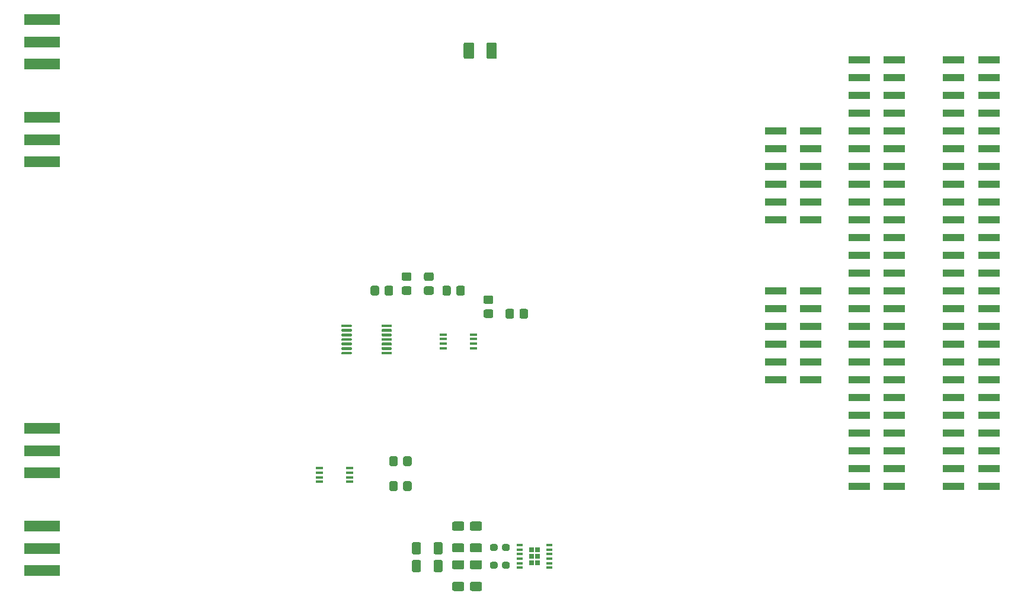
<source format=gtp>
%TF.GenerationSoftware,KiCad,Pcbnew,5.1.10-88a1d61d58~88~ubuntu18.04.1*%
%TF.CreationDate,2021-05-13T12:28:33+02:00*%
%TF.ProjectId,FPGA_buffer_board,46504741-5f62-4756-9666-65725f626f61,1.1*%
%TF.SameCoordinates,Original*%
%TF.FileFunction,Paste,Top*%
%TF.FilePolarity,Positive*%
%FSLAX46Y46*%
G04 Gerber Fmt 4.6, Leading zero omitted, Abs format (unit mm)*
G04 Created by KiCad (PCBNEW 5.1.10-88a1d61d58~88~ubuntu18.04.1) date 2021-05-13 12:28:33*
%MOMM*%
%LPD*%
G01*
G04 APERTURE LIST*
%ADD10R,3.150000X1.000000*%
%ADD11R,1.100000X0.400000*%
%ADD12R,0.890000X0.420000*%
%ADD13R,0.680000X0.750000*%
%ADD14R,5.080000X1.500000*%
G04 APERTURE END LIST*
D10*
X201900000Y-88900000D03*
X196850000Y-88900000D03*
X201900000Y-86360000D03*
X196850000Y-86360000D03*
X201900000Y-83820000D03*
X196850000Y-83820000D03*
X201900000Y-81280000D03*
X196850000Y-81280000D03*
X201900000Y-78740000D03*
X196850000Y-78740000D03*
X201900000Y-76200000D03*
X196850000Y-76200000D03*
G36*
G01*
X152285000Y-65695000D02*
X152285000Y-63845000D01*
G75*
G02*
X152535000Y-63595000I250000J0D01*
G01*
X153535000Y-63595000D01*
G75*
G02*
X153785000Y-63845000I0J-250000D01*
G01*
X153785000Y-65695000D01*
G75*
G02*
X153535000Y-65945000I-250000J0D01*
G01*
X152535000Y-65945000D01*
G75*
G02*
X152285000Y-65695000I0J250000D01*
G01*
G37*
G36*
G01*
X155535000Y-65695000D02*
X155535000Y-63845000D01*
G75*
G02*
X155785000Y-63595000I250000J0D01*
G01*
X156785000Y-63595000D01*
G75*
G02*
X157035000Y-63845000I0J-250000D01*
G01*
X157035000Y-65695000D01*
G75*
G02*
X156785000Y-65945000I-250000J0D01*
G01*
X155785000Y-65945000D01*
G75*
G02*
X155535000Y-65695000I0J250000D01*
G01*
G37*
D11*
X131708000Y-124445000D03*
X131708000Y-125095000D03*
X131708000Y-125745000D03*
X131708000Y-126395000D03*
X136008000Y-126395000D03*
X136008000Y-125745000D03*
X136008000Y-125095000D03*
X136008000Y-124445000D03*
D12*
X160331000Y-135408000D03*
X160331000Y-136058000D03*
X160331000Y-136708000D03*
X160331000Y-137358000D03*
X160331000Y-138008000D03*
X160331000Y-138658000D03*
X164541000Y-138658000D03*
X164541000Y-138008000D03*
X164541000Y-137358000D03*
X164541000Y-136708000D03*
X164541000Y-136058000D03*
X164541000Y-135408000D03*
D13*
X162848500Y-137983000D03*
X162023500Y-137983000D03*
X162023500Y-137033000D03*
X162848500Y-137033000D03*
X162023500Y-136083000D03*
X162848500Y-136083000D03*
D10*
X196850000Y-99060000D03*
X201900000Y-99060000D03*
X196850000Y-101600000D03*
X201900000Y-101600000D03*
X196850000Y-104140000D03*
X201900000Y-104140000D03*
X196850000Y-106680000D03*
X201900000Y-106680000D03*
X196850000Y-109220000D03*
X201900000Y-109220000D03*
X196850000Y-111760000D03*
X201900000Y-111760000D03*
D14*
X92075000Y-132715000D03*
X92075000Y-139065000D03*
X92075000Y-135890000D03*
X92075000Y-121920000D03*
X92075000Y-125095000D03*
X92075000Y-118745000D03*
G36*
G01*
X158866000Y-135525500D02*
X158866000Y-136000500D01*
G75*
G02*
X158628500Y-136238000I-237500J0D01*
G01*
X158028500Y-136238000D01*
G75*
G02*
X157791000Y-136000500I0J237500D01*
G01*
X157791000Y-135525500D01*
G75*
G02*
X158028500Y-135288000I237500J0D01*
G01*
X158628500Y-135288000D01*
G75*
G02*
X158866000Y-135525500I0J-237500D01*
G01*
G37*
G36*
G01*
X157141000Y-135525500D02*
X157141000Y-136000500D01*
G75*
G02*
X156903500Y-136238000I-237500J0D01*
G01*
X156303500Y-136238000D01*
G75*
G02*
X156066000Y-136000500I0J237500D01*
G01*
X156066000Y-135525500D01*
G75*
G02*
X156303500Y-135288000I237500J0D01*
G01*
X156903500Y-135288000D01*
G75*
G02*
X157141000Y-135525500I0J-237500D01*
G01*
G37*
G36*
G01*
X157141000Y-138065500D02*
X157141000Y-138540500D01*
G75*
G02*
X156903500Y-138778000I-237500J0D01*
G01*
X156303500Y-138778000D01*
G75*
G02*
X156066000Y-138540500I0J237500D01*
G01*
X156066000Y-138065500D01*
G75*
G02*
X156303500Y-137828000I237500J0D01*
G01*
X156903500Y-137828000D01*
G75*
G02*
X157141000Y-138065500I0J-237500D01*
G01*
G37*
G36*
G01*
X158866000Y-138065500D02*
X158866000Y-138540500D01*
G75*
G02*
X158628500Y-138778000I-237500J0D01*
G01*
X158028500Y-138778000D01*
G75*
G02*
X157791000Y-138540500I0J237500D01*
G01*
X157791000Y-138065500D01*
G75*
G02*
X158028500Y-137828000I237500J0D01*
G01*
X158628500Y-137828000D01*
G75*
G02*
X158866000Y-138065500I0J-237500D01*
G01*
G37*
D10*
X227330000Y-127000000D03*
X222280000Y-127000000D03*
X227330000Y-124460000D03*
X222280000Y-124460000D03*
X227330000Y-121920000D03*
X222280000Y-121920000D03*
X227330000Y-119380000D03*
X222280000Y-119380000D03*
X227330000Y-116840000D03*
X222280000Y-116840000D03*
X227330000Y-114300000D03*
X222280000Y-114300000D03*
X227330000Y-111760000D03*
X222280000Y-111760000D03*
X227330000Y-109220000D03*
X222280000Y-109220000D03*
X227330000Y-106680000D03*
X222280000Y-106680000D03*
X227330000Y-104140000D03*
X222280000Y-104140000D03*
X227330000Y-101600000D03*
X222280000Y-101600000D03*
X227330000Y-99060000D03*
X222280000Y-99060000D03*
X227330000Y-96520000D03*
X222280000Y-96520000D03*
X227330000Y-93980000D03*
X222280000Y-93980000D03*
X227330000Y-91440000D03*
X222280000Y-91440000D03*
X227330000Y-88900000D03*
X222280000Y-88900000D03*
X227330000Y-86360000D03*
X222280000Y-86360000D03*
X227330000Y-83820000D03*
X222280000Y-83820000D03*
X227330000Y-81280000D03*
X222280000Y-81280000D03*
X227330000Y-78740000D03*
X222280000Y-78740000D03*
X227330000Y-76200000D03*
X222280000Y-76200000D03*
X227330000Y-73660000D03*
X222280000Y-73660000D03*
X227330000Y-71120000D03*
X222280000Y-71120000D03*
X227330000Y-68580000D03*
X222280000Y-68580000D03*
X227330000Y-66040000D03*
X222280000Y-66040000D03*
X213838000Y-127000000D03*
X208788000Y-127000000D03*
X213838000Y-124460000D03*
X208788000Y-124460000D03*
X213838000Y-121920000D03*
X208788000Y-121920000D03*
X213838000Y-119380000D03*
X208788000Y-119380000D03*
X213838000Y-116840000D03*
X208788000Y-116840000D03*
X213838000Y-114300000D03*
X208788000Y-114300000D03*
X213838000Y-111760000D03*
X208788000Y-111760000D03*
X213838000Y-109220000D03*
X208788000Y-109220000D03*
X213838000Y-106680000D03*
X208788000Y-106680000D03*
X213838000Y-104140000D03*
X208788000Y-104140000D03*
X213838000Y-101600000D03*
X208788000Y-101600000D03*
X213838000Y-99060000D03*
X208788000Y-99060000D03*
X213838000Y-96520000D03*
X208788000Y-96520000D03*
X213838000Y-93980000D03*
X208788000Y-93980000D03*
X213838000Y-91440000D03*
X208788000Y-91440000D03*
X213838000Y-88900000D03*
X208788000Y-88900000D03*
X213838000Y-86360000D03*
X208788000Y-86360000D03*
X213838000Y-83820000D03*
X208788000Y-83820000D03*
X213838000Y-81280000D03*
X208788000Y-81280000D03*
X213838000Y-78740000D03*
X208788000Y-78740000D03*
X213838000Y-76200000D03*
X208788000Y-76200000D03*
X213838000Y-73660000D03*
X208788000Y-73660000D03*
X213838000Y-71120000D03*
X208788000Y-71120000D03*
X213838000Y-68580000D03*
X208788000Y-68580000D03*
X213838000Y-66040000D03*
X208788000Y-66040000D03*
G36*
G01*
X144902500Y-136515001D02*
X144902500Y-135264999D01*
G75*
G02*
X145152499Y-135015000I249999J0D01*
G01*
X145952501Y-135015000D01*
G75*
G02*
X146202500Y-135264999I0J-249999D01*
G01*
X146202500Y-136515001D01*
G75*
G02*
X145952501Y-136765000I-249999J0D01*
G01*
X145152499Y-136765000D01*
G75*
G02*
X144902500Y-136515001I0J249999D01*
G01*
G37*
G36*
G01*
X148002500Y-136515001D02*
X148002500Y-135264999D01*
G75*
G02*
X148252499Y-135015000I249999J0D01*
G01*
X149052501Y-135015000D01*
G75*
G02*
X149302500Y-135264999I0J-249999D01*
G01*
X149302500Y-136515001D01*
G75*
G02*
X149052501Y-136765000I-249999J0D01*
G01*
X148252499Y-136765000D01*
G75*
G02*
X148002500Y-136515001I0J249999D01*
G01*
G37*
G36*
G01*
X148002500Y-139055001D02*
X148002500Y-137804999D01*
G75*
G02*
X148252499Y-137555000I249999J0D01*
G01*
X149052501Y-137555000D01*
G75*
G02*
X149302500Y-137804999I0J-249999D01*
G01*
X149302500Y-139055001D01*
G75*
G02*
X149052501Y-139305000I-249999J0D01*
G01*
X148252499Y-139305000D01*
G75*
G02*
X148002500Y-139055001I0J249999D01*
G01*
G37*
G36*
G01*
X144902500Y-139055001D02*
X144902500Y-137804999D01*
G75*
G02*
X145152499Y-137555000I249999J0D01*
G01*
X145952501Y-137555000D01*
G75*
G02*
X146202500Y-137804999I0J-249999D01*
G01*
X146202500Y-139055001D01*
G75*
G02*
X145952501Y-139305000I-249999J0D01*
G01*
X145152499Y-139305000D01*
G75*
G02*
X144902500Y-139055001I0J249999D01*
G01*
G37*
G36*
G01*
X152136001Y-141990500D02*
X150885999Y-141990500D01*
G75*
G02*
X150636000Y-141740501I0J249999D01*
G01*
X150636000Y-140940499D01*
G75*
G02*
X150885999Y-140690500I249999J0D01*
G01*
X152136001Y-140690500D01*
G75*
G02*
X152386000Y-140940499I0J-249999D01*
G01*
X152386000Y-141740501D01*
G75*
G02*
X152136001Y-141990500I-249999J0D01*
G01*
G37*
G36*
G01*
X152136001Y-138890500D02*
X150885999Y-138890500D01*
G75*
G02*
X150636000Y-138640501I0J249999D01*
G01*
X150636000Y-137840499D01*
G75*
G02*
X150885999Y-137590500I249999J0D01*
G01*
X152136001Y-137590500D01*
G75*
G02*
X152386000Y-137840499I0J-249999D01*
G01*
X152386000Y-138640501D01*
G75*
G02*
X152136001Y-138890500I-249999J0D01*
G01*
G37*
G36*
G01*
X154676001Y-141990500D02*
X153425999Y-141990500D01*
G75*
G02*
X153176000Y-141740501I0J249999D01*
G01*
X153176000Y-140940499D01*
G75*
G02*
X153425999Y-140690500I249999J0D01*
G01*
X154676001Y-140690500D01*
G75*
G02*
X154926000Y-140940499I0J-249999D01*
G01*
X154926000Y-141740501D01*
G75*
G02*
X154676001Y-141990500I-249999J0D01*
G01*
G37*
G36*
G01*
X154676001Y-138890500D02*
X153425999Y-138890500D01*
G75*
G02*
X153176000Y-138640501I0J249999D01*
G01*
X153176000Y-137840499D01*
G75*
G02*
X153425999Y-137590500I249999J0D01*
G01*
X154676001Y-137590500D01*
G75*
G02*
X154926000Y-137840499I0J-249999D01*
G01*
X154926000Y-138640501D01*
G75*
G02*
X154676001Y-138890500I-249999J0D01*
G01*
G37*
G36*
G01*
X153425999Y-135175500D02*
X154676001Y-135175500D01*
G75*
G02*
X154926000Y-135425499I0J-249999D01*
G01*
X154926000Y-136225501D01*
G75*
G02*
X154676001Y-136475500I-249999J0D01*
G01*
X153425999Y-136475500D01*
G75*
G02*
X153176000Y-136225501I0J249999D01*
G01*
X153176000Y-135425499D01*
G75*
G02*
X153425999Y-135175500I249999J0D01*
G01*
G37*
G36*
G01*
X153425999Y-132075500D02*
X154676001Y-132075500D01*
G75*
G02*
X154926000Y-132325499I0J-249999D01*
G01*
X154926000Y-133125501D01*
G75*
G02*
X154676001Y-133375500I-249999J0D01*
G01*
X153425999Y-133375500D01*
G75*
G02*
X153176000Y-133125501I0J249999D01*
G01*
X153176000Y-132325499D01*
G75*
G02*
X153425999Y-132075500I249999J0D01*
G01*
G37*
G36*
G01*
X150885999Y-135175500D02*
X152136001Y-135175500D01*
G75*
G02*
X152386000Y-135425499I0J-249999D01*
G01*
X152386000Y-136225501D01*
G75*
G02*
X152136001Y-136475500I-249999J0D01*
G01*
X150885999Y-136475500D01*
G75*
G02*
X150636000Y-136225501I0J249999D01*
G01*
X150636000Y-135425499D01*
G75*
G02*
X150885999Y-135175500I249999J0D01*
G01*
G37*
G36*
G01*
X150885999Y-132075500D02*
X152136001Y-132075500D01*
G75*
G02*
X152386000Y-132325499I0J-249999D01*
G01*
X152386000Y-133125501D01*
G75*
G02*
X152136001Y-133375500I-249999J0D01*
G01*
X150885999Y-133375500D01*
G75*
G02*
X150636000Y-133125501I0J249999D01*
G01*
X150636000Y-132325499D01*
G75*
G02*
X150885999Y-132075500I249999J0D01*
G01*
G37*
G36*
G01*
X143665000Y-127450001D02*
X143665000Y-126549999D01*
G75*
G02*
X143914999Y-126300000I249999J0D01*
G01*
X144615001Y-126300000D01*
G75*
G02*
X144865000Y-126549999I0J-249999D01*
G01*
X144865000Y-127450001D01*
G75*
G02*
X144615001Y-127700000I-249999J0D01*
G01*
X143914999Y-127700000D01*
G75*
G02*
X143665000Y-127450001I0J249999D01*
G01*
G37*
G36*
G01*
X141665000Y-127450001D02*
X141665000Y-126549999D01*
G75*
G02*
X141914999Y-126300000I249999J0D01*
G01*
X142615001Y-126300000D01*
G75*
G02*
X142865000Y-126549999I0J-249999D01*
G01*
X142865000Y-127450001D01*
G75*
G02*
X142615001Y-127700000I-249999J0D01*
G01*
X141914999Y-127700000D01*
G75*
G02*
X141665000Y-127450001I0J249999D01*
G01*
G37*
G36*
G01*
X143665000Y-123894001D02*
X143665000Y-122993999D01*
G75*
G02*
X143914999Y-122744000I249999J0D01*
G01*
X144615001Y-122744000D01*
G75*
G02*
X144865000Y-122993999I0J-249999D01*
G01*
X144865000Y-123894001D01*
G75*
G02*
X144615001Y-124144000I-249999J0D01*
G01*
X143914999Y-124144000D01*
G75*
G02*
X143665000Y-123894001I0J249999D01*
G01*
G37*
G36*
G01*
X141665000Y-123894001D02*
X141665000Y-122993999D01*
G75*
G02*
X141914999Y-122744000I249999J0D01*
G01*
X142615001Y-122744000D01*
G75*
G02*
X142865000Y-122993999I0J-249999D01*
G01*
X142865000Y-123894001D01*
G75*
G02*
X142615001Y-124144000I-249999J0D01*
G01*
X141914999Y-124144000D01*
G75*
G02*
X141665000Y-123894001I0J249999D01*
G01*
G37*
D14*
X92075000Y-60325000D03*
X92075000Y-66675000D03*
X92075000Y-63500000D03*
G36*
G01*
X144595001Y-97660000D02*
X143694999Y-97660000D01*
G75*
G02*
X143445000Y-97410001I0J249999D01*
G01*
X143445000Y-96709999D01*
G75*
G02*
X143694999Y-96460000I249999J0D01*
G01*
X144595001Y-96460000D01*
G75*
G02*
X144845000Y-96709999I0J-249999D01*
G01*
X144845000Y-97410001D01*
G75*
G02*
X144595001Y-97660000I-249999J0D01*
G01*
G37*
G36*
G01*
X144595001Y-99660000D02*
X143694999Y-99660000D01*
G75*
G02*
X143445000Y-99410001I0J249999D01*
G01*
X143445000Y-98709999D01*
G75*
G02*
X143694999Y-98460000I249999J0D01*
G01*
X144595001Y-98460000D01*
G75*
G02*
X144845000Y-98709999I0J-249999D01*
G01*
X144845000Y-99410001D01*
G75*
G02*
X144595001Y-99660000I-249999J0D01*
G01*
G37*
G36*
G01*
X156279001Y-102962000D02*
X155378999Y-102962000D01*
G75*
G02*
X155129000Y-102712001I0J249999D01*
G01*
X155129000Y-102011999D01*
G75*
G02*
X155378999Y-101762000I249999J0D01*
G01*
X156279001Y-101762000D01*
G75*
G02*
X156529000Y-102011999I0J-249999D01*
G01*
X156529000Y-102712001D01*
G75*
G02*
X156279001Y-102962000I-249999J0D01*
G01*
G37*
G36*
G01*
X156279001Y-100962000D02*
X155378999Y-100962000D01*
G75*
G02*
X155129000Y-100712001I0J249999D01*
G01*
X155129000Y-100011999D01*
G75*
G02*
X155378999Y-99762000I249999J0D01*
G01*
X156279001Y-99762000D01*
G75*
G02*
X156529000Y-100011999I0J-249999D01*
G01*
X156529000Y-100712001D01*
G75*
G02*
X156279001Y-100962000I-249999J0D01*
G01*
G37*
G36*
G01*
X147770001Y-99660000D02*
X146869999Y-99660000D01*
G75*
G02*
X146620000Y-99410001I0J249999D01*
G01*
X146620000Y-98709999D01*
G75*
G02*
X146869999Y-98460000I249999J0D01*
G01*
X147770001Y-98460000D01*
G75*
G02*
X148020000Y-98709999I0J-249999D01*
G01*
X148020000Y-99410001D01*
G75*
G02*
X147770001Y-99660000I-249999J0D01*
G01*
G37*
G36*
G01*
X147770001Y-97660000D02*
X146869999Y-97660000D01*
G75*
G02*
X146620000Y-97410001I0J249999D01*
G01*
X146620000Y-96709999D01*
G75*
G02*
X146869999Y-96460000I249999J0D01*
G01*
X147770001Y-96460000D01*
G75*
G02*
X148020000Y-96709999I0J-249999D01*
G01*
X148020000Y-97410001D01*
G75*
G02*
X147770001Y-97660000I-249999J0D01*
G01*
G37*
G36*
G01*
X141005000Y-99510001D02*
X141005000Y-98609999D01*
G75*
G02*
X141254999Y-98360000I249999J0D01*
G01*
X141955001Y-98360000D01*
G75*
G02*
X142205000Y-98609999I0J-249999D01*
G01*
X142205000Y-99510001D01*
G75*
G02*
X141955001Y-99760000I-249999J0D01*
G01*
X141254999Y-99760000D01*
G75*
G02*
X141005000Y-99510001I0J249999D01*
G01*
G37*
G36*
G01*
X139005000Y-99510001D02*
X139005000Y-98609999D01*
G75*
G02*
X139254999Y-98360000I249999J0D01*
G01*
X139955001Y-98360000D01*
G75*
G02*
X140205000Y-98609999I0J-249999D01*
G01*
X140205000Y-99510001D01*
G75*
G02*
X139955001Y-99760000I-249999J0D01*
G01*
X139254999Y-99760000D01*
G75*
G02*
X139005000Y-99510001I0J249999D01*
G01*
G37*
G36*
G01*
X161477000Y-101911999D02*
X161477000Y-102812001D01*
G75*
G02*
X161227001Y-103062000I-249999J0D01*
G01*
X160526999Y-103062000D01*
G75*
G02*
X160277000Y-102812001I0J249999D01*
G01*
X160277000Y-101911999D01*
G75*
G02*
X160526999Y-101662000I249999J0D01*
G01*
X161227001Y-101662000D01*
G75*
G02*
X161477000Y-101911999I0J-249999D01*
G01*
G37*
G36*
G01*
X159477000Y-101911999D02*
X159477000Y-102812001D01*
G75*
G02*
X159227001Y-103062000I-249999J0D01*
G01*
X158526999Y-103062000D01*
G75*
G02*
X158277000Y-102812001I0J249999D01*
G01*
X158277000Y-101911999D01*
G75*
G02*
X158526999Y-101662000I249999J0D01*
G01*
X159227001Y-101662000D01*
G75*
G02*
X159477000Y-101911999I0J-249999D01*
G01*
G37*
G36*
G01*
X150460000Y-98609999D02*
X150460000Y-99510001D01*
G75*
G02*
X150210001Y-99760000I-249999J0D01*
G01*
X149509999Y-99760000D01*
G75*
G02*
X149260000Y-99510001I0J249999D01*
G01*
X149260000Y-98609999D01*
G75*
G02*
X149509999Y-98360000I249999J0D01*
G01*
X150210001Y-98360000D01*
G75*
G02*
X150460000Y-98609999I0J-249999D01*
G01*
G37*
G36*
G01*
X152460000Y-98609999D02*
X152460000Y-99510001D01*
G75*
G02*
X152210001Y-99760000I-249999J0D01*
G01*
X151509999Y-99760000D01*
G75*
G02*
X151260000Y-99510001I0J249999D01*
G01*
X151260000Y-98609999D01*
G75*
G02*
X151509999Y-98360000I249999J0D01*
G01*
X152210001Y-98360000D01*
G75*
G02*
X152460000Y-98609999I0J-249999D01*
G01*
G37*
X92075000Y-74295000D03*
X92075000Y-80645000D03*
X92075000Y-77470000D03*
G36*
G01*
X134830000Y-104195000D02*
X134830000Y-103995000D01*
G75*
G02*
X134930000Y-103895000I100000J0D01*
G01*
X136205000Y-103895000D01*
G75*
G02*
X136305000Y-103995000I0J-100000D01*
G01*
X136305000Y-104195000D01*
G75*
G02*
X136205000Y-104295000I-100000J0D01*
G01*
X134930000Y-104295000D01*
G75*
G02*
X134830000Y-104195000I0J100000D01*
G01*
G37*
G36*
G01*
X134830000Y-104845000D02*
X134830000Y-104645000D01*
G75*
G02*
X134930000Y-104545000I100000J0D01*
G01*
X136205000Y-104545000D01*
G75*
G02*
X136305000Y-104645000I0J-100000D01*
G01*
X136305000Y-104845000D01*
G75*
G02*
X136205000Y-104945000I-100000J0D01*
G01*
X134930000Y-104945000D01*
G75*
G02*
X134830000Y-104845000I0J100000D01*
G01*
G37*
G36*
G01*
X134830000Y-105495000D02*
X134830000Y-105295000D01*
G75*
G02*
X134930000Y-105195000I100000J0D01*
G01*
X136205000Y-105195000D01*
G75*
G02*
X136305000Y-105295000I0J-100000D01*
G01*
X136305000Y-105495000D01*
G75*
G02*
X136205000Y-105595000I-100000J0D01*
G01*
X134930000Y-105595000D01*
G75*
G02*
X134830000Y-105495000I0J100000D01*
G01*
G37*
G36*
G01*
X134830000Y-106145000D02*
X134830000Y-105945000D01*
G75*
G02*
X134930000Y-105845000I100000J0D01*
G01*
X136205000Y-105845000D01*
G75*
G02*
X136305000Y-105945000I0J-100000D01*
G01*
X136305000Y-106145000D01*
G75*
G02*
X136205000Y-106245000I-100000J0D01*
G01*
X134930000Y-106245000D01*
G75*
G02*
X134830000Y-106145000I0J100000D01*
G01*
G37*
G36*
G01*
X134830000Y-106795000D02*
X134830000Y-106595000D01*
G75*
G02*
X134930000Y-106495000I100000J0D01*
G01*
X136205000Y-106495000D01*
G75*
G02*
X136305000Y-106595000I0J-100000D01*
G01*
X136305000Y-106795000D01*
G75*
G02*
X136205000Y-106895000I-100000J0D01*
G01*
X134930000Y-106895000D01*
G75*
G02*
X134830000Y-106795000I0J100000D01*
G01*
G37*
G36*
G01*
X134830000Y-107445000D02*
X134830000Y-107245000D01*
G75*
G02*
X134930000Y-107145000I100000J0D01*
G01*
X136205000Y-107145000D01*
G75*
G02*
X136305000Y-107245000I0J-100000D01*
G01*
X136305000Y-107445000D01*
G75*
G02*
X136205000Y-107545000I-100000J0D01*
G01*
X134930000Y-107545000D01*
G75*
G02*
X134830000Y-107445000I0J100000D01*
G01*
G37*
G36*
G01*
X134830000Y-108095000D02*
X134830000Y-107895000D01*
G75*
G02*
X134930000Y-107795000I100000J0D01*
G01*
X136205000Y-107795000D01*
G75*
G02*
X136305000Y-107895000I0J-100000D01*
G01*
X136305000Y-108095000D01*
G75*
G02*
X136205000Y-108195000I-100000J0D01*
G01*
X134930000Y-108195000D01*
G75*
G02*
X134830000Y-108095000I0J100000D01*
G01*
G37*
G36*
G01*
X140555000Y-108095000D02*
X140555000Y-107895000D01*
G75*
G02*
X140655000Y-107795000I100000J0D01*
G01*
X141930000Y-107795000D01*
G75*
G02*
X142030000Y-107895000I0J-100000D01*
G01*
X142030000Y-108095000D01*
G75*
G02*
X141930000Y-108195000I-100000J0D01*
G01*
X140655000Y-108195000D01*
G75*
G02*
X140555000Y-108095000I0J100000D01*
G01*
G37*
G36*
G01*
X140555000Y-107445000D02*
X140555000Y-107245000D01*
G75*
G02*
X140655000Y-107145000I100000J0D01*
G01*
X141930000Y-107145000D01*
G75*
G02*
X142030000Y-107245000I0J-100000D01*
G01*
X142030000Y-107445000D01*
G75*
G02*
X141930000Y-107545000I-100000J0D01*
G01*
X140655000Y-107545000D01*
G75*
G02*
X140555000Y-107445000I0J100000D01*
G01*
G37*
G36*
G01*
X140555000Y-106795000D02*
X140555000Y-106595000D01*
G75*
G02*
X140655000Y-106495000I100000J0D01*
G01*
X141930000Y-106495000D01*
G75*
G02*
X142030000Y-106595000I0J-100000D01*
G01*
X142030000Y-106795000D01*
G75*
G02*
X141930000Y-106895000I-100000J0D01*
G01*
X140655000Y-106895000D01*
G75*
G02*
X140555000Y-106795000I0J100000D01*
G01*
G37*
G36*
G01*
X140555000Y-106145000D02*
X140555000Y-105945000D01*
G75*
G02*
X140655000Y-105845000I100000J0D01*
G01*
X141930000Y-105845000D01*
G75*
G02*
X142030000Y-105945000I0J-100000D01*
G01*
X142030000Y-106145000D01*
G75*
G02*
X141930000Y-106245000I-100000J0D01*
G01*
X140655000Y-106245000D01*
G75*
G02*
X140555000Y-106145000I0J100000D01*
G01*
G37*
G36*
G01*
X140555000Y-105495000D02*
X140555000Y-105295000D01*
G75*
G02*
X140655000Y-105195000I100000J0D01*
G01*
X141930000Y-105195000D01*
G75*
G02*
X142030000Y-105295000I0J-100000D01*
G01*
X142030000Y-105495000D01*
G75*
G02*
X141930000Y-105595000I-100000J0D01*
G01*
X140655000Y-105595000D01*
G75*
G02*
X140555000Y-105495000I0J100000D01*
G01*
G37*
G36*
G01*
X140555000Y-104845000D02*
X140555000Y-104645000D01*
G75*
G02*
X140655000Y-104545000I100000J0D01*
G01*
X141930000Y-104545000D01*
G75*
G02*
X142030000Y-104645000I0J-100000D01*
G01*
X142030000Y-104845000D01*
G75*
G02*
X141930000Y-104945000I-100000J0D01*
G01*
X140655000Y-104945000D01*
G75*
G02*
X140555000Y-104845000I0J100000D01*
G01*
G37*
G36*
G01*
X140555000Y-104195000D02*
X140555000Y-103995000D01*
G75*
G02*
X140655000Y-103895000I100000J0D01*
G01*
X141930000Y-103895000D01*
G75*
G02*
X142030000Y-103995000I0J-100000D01*
G01*
X142030000Y-104195000D01*
G75*
G02*
X141930000Y-104295000I-100000J0D01*
G01*
X140655000Y-104295000D01*
G75*
G02*
X140555000Y-104195000I0J100000D01*
G01*
G37*
D11*
X149361000Y-105324000D03*
X149361000Y-105974000D03*
X149361000Y-106624000D03*
X149361000Y-107274000D03*
X153661000Y-107274000D03*
X153661000Y-106624000D03*
X153661000Y-105974000D03*
X153661000Y-105324000D03*
M02*

</source>
